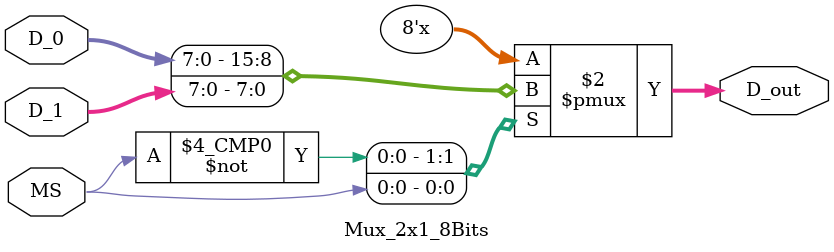
<source format=v>
`timescale 1ns / 1ps

module Mux_2x1_8Bits(
    
    //INPUTS
    input wire MS,           //SELECTOR
    input wire [7:0] D_0,    //DATO DE EN LA ENTRADA 0
    input wire [7:0] D_1,    //DATO DE EN LA ENTRADA 1
    
    //OUTPUTS
    output reg [7:0] D_out   //SALIDA 
    );

    always @*
        begin
            case(MS)
                1'b0: D_out = D_0;
                1'b1: D_out = D_1;
                default : D_out = D_0;
            endcase
        end

endmodule

</source>
